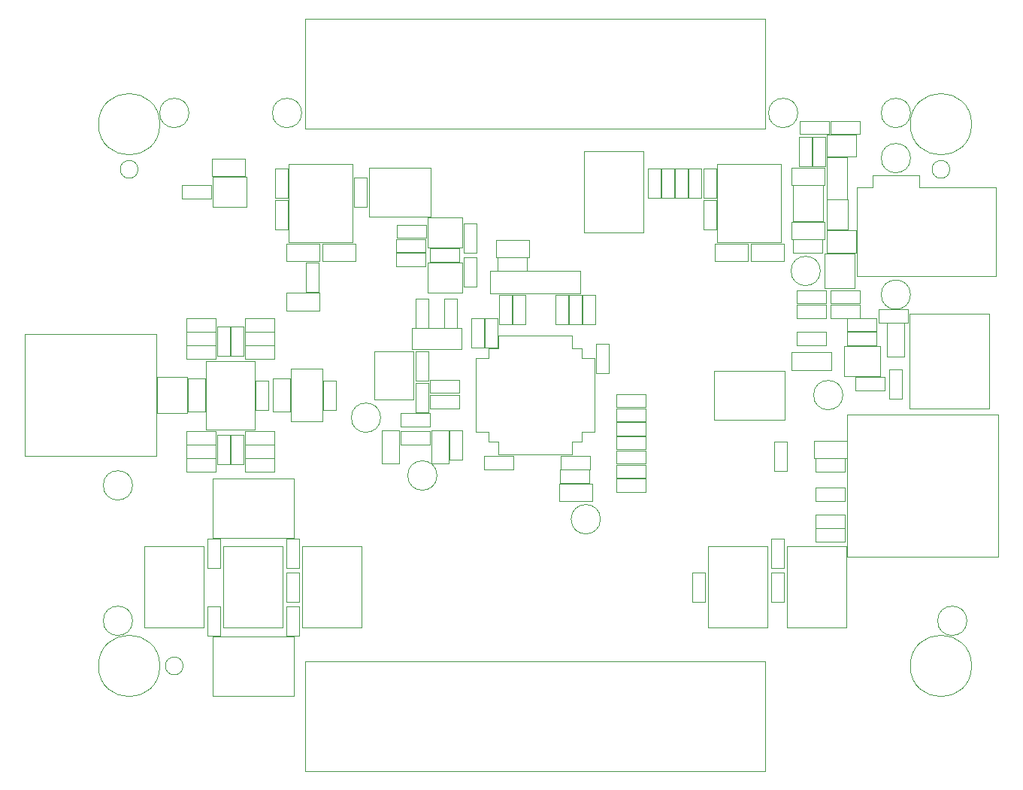
<source format=gbr>
G04 #@! TF.GenerationSoftware,KiCad,Pcbnew,8.0.0*
G04 #@! TF.CreationDate,2024-07-21T16:15:32-03:00*
G04 #@! TF.ProjectId,STM32XP,53544d33-3258-4502-9e6b-696361645f70,00*
G04 #@! TF.SameCoordinates,Original*
G04 #@! TF.FileFunction,Other,User*
%FSLAX46Y46*%
G04 Gerber Fmt 4.6, Leading zero omitted, Abs format (unit mm)*
G04 Created by KiCad (PCBNEW 8.0.0) date 2024-07-21 16:15:32*
%MOMM*%
%LPD*%
G01*
G04 APERTURE LIST*
%ADD10C,0.050000*%
G04 APERTURE END LIST*
D10*
G04 #@! TO.C,R37*
X176932500Y-108508000D02*
X176932500Y-105208000D01*
X178392500Y-108508000D02*
X176932500Y-108508000D01*
X176932500Y-105208000D02*
X178392500Y-105208000D01*
X178392500Y-105208000D02*
X178392500Y-108508000D01*
G04 #@! TO.C,R23*
X188736000Y-90380000D02*
X192036000Y-90380000D01*
X188736000Y-91840000D02*
X188736000Y-90380000D01*
X192036000Y-90380000D02*
X192036000Y-91840000D01*
X192036000Y-91840000D02*
X188736000Y-91840000D01*
G04 #@! TO.C,R28*
X189910000Y-100380000D02*
X189910000Y-97080000D01*
X191370000Y-100380000D02*
X189910000Y-100380000D01*
X189910000Y-97080000D02*
X191370000Y-97080000D01*
X191370000Y-97080000D02*
X191370000Y-100380000D01*
G04 #@! TO.C,TP10*
X138950000Y-109048750D02*
G75*
G02*
X135650000Y-109048750I-1650000J0D01*
G01*
X135650000Y-109048750D02*
G75*
G02*
X138950000Y-109048750I1650000J0D01*
G01*
G04 #@! TO.C,R1*
X179846000Y-69171000D02*
X183146000Y-69171000D01*
X179846000Y-70631000D02*
X179846000Y-69171000D01*
X183146000Y-69171000D02*
X183146000Y-70631000D01*
X183146000Y-70631000D02*
X179846000Y-70631000D01*
G04 #@! TO.C,D5*
X131310000Y-74390000D02*
X131310000Y-79890000D01*
X131310000Y-79890000D02*
X138210000Y-79890000D01*
X138210000Y-74390000D02*
X131310000Y-74390000D01*
X138210000Y-79890000D02*
X138210000Y-74390000D01*
G04 #@! TO.C,R34*
X159145000Y-104667500D02*
X162445000Y-104667500D01*
X159145000Y-106127500D02*
X159145000Y-104667500D01*
X162445000Y-104667500D02*
X162445000Y-106127500D01*
X162445000Y-106127500D02*
X159145000Y-106127500D01*
G04 #@! TO.C,C37*
X138352000Y-103962000D02*
X140312000Y-103962000D01*
X138352000Y-107722000D02*
X138352000Y-103962000D01*
X140312000Y-103962000D02*
X140312000Y-107722000D01*
X140312000Y-107722000D02*
X138352000Y-107722000D01*
G04 #@! TO.C,C17*
X142793000Y-91365000D02*
X144253000Y-91365000D01*
X142793000Y-94665000D02*
X142793000Y-91365000D01*
X144253000Y-91365000D02*
X144253000Y-94665000D01*
X144253000Y-94665000D02*
X142793000Y-94665000D01*
G04 #@! TO.C,R10*
X168955000Y-78030000D02*
X170415000Y-78030000D01*
X168955000Y-81330000D02*
X168955000Y-78030000D01*
X170415000Y-78030000D02*
X170415000Y-81330000D01*
X170415000Y-81330000D02*
X168955000Y-81330000D01*
G04 #@! TO.C,L1*
X182836000Y-81380000D02*
X185236000Y-81380000D01*
X185236000Y-77980000D01*
X182836000Y-77980000D01*
X182836000Y-81380000D01*
G04 #@! TO.C,R15*
X141967500Y-84507000D02*
X143427500Y-84507000D01*
X141967500Y-87807000D02*
X141967500Y-84507000D01*
X143427500Y-84507000D02*
X143427500Y-87807000D01*
X143427500Y-87807000D02*
X141967500Y-87807000D01*
G04 #@! TO.C,R31*
X159145000Y-101492500D02*
X162445000Y-101492500D01*
X159145000Y-102952500D02*
X159145000Y-101492500D01*
X162445000Y-101492500D02*
X162445000Y-102952500D01*
X162445000Y-102952500D02*
X159145000Y-102952500D01*
G04 #@! TO.C,D10*
X178130000Y-102750000D02*
X170130000Y-102750000D01*
X170130000Y-97250000D01*
X178130000Y-97250000D01*
X178130000Y-102750000D01*
G04 #@! TO.C,SW7*
X178400000Y-117040000D02*
X185100000Y-117040000D01*
X178400000Y-126140000D02*
X178400000Y-117040000D01*
X185100000Y-117040000D02*
X185100000Y-126140000D01*
X185100000Y-126140000D02*
X178400000Y-126140000D01*
G04 #@! TO.C,U5*
X184780000Y-94490000D02*
X184780000Y-97890000D01*
X184780000Y-97890000D02*
X188880000Y-97890000D01*
X188880000Y-94490000D02*
X184780000Y-94490000D01*
X188880000Y-97890000D02*
X188880000Y-94490000D01*
G04 #@! TO.C,Q1*
X113663000Y-75440000D02*
X113663000Y-78840000D01*
X113663000Y-78840000D02*
X117503000Y-78840000D01*
X117503000Y-75440000D02*
X113663000Y-75440000D01*
X117503000Y-78840000D02*
X117503000Y-75440000D01*
G04 #@! TO.C,D4*
X168955000Y-74537500D02*
X170415000Y-74537500D01*
X168955000Y-77837500D02*
X168955000Y-74537500D01*
X170415000Y-74537500D02*
X170415000Y-77837500D01*
X170415000Y-77837500D02*
X168955000Y-77837500D01*
G04 #@! TO.C,C13*
X121958000Y-88517500D02*
X125718000Y-88517500D01*
X121958000Y-90477500D02*
X121958000Y-88517500D01*
X125718000Y-88517500D02*
X125718000Y-90477500D01*
X125718000Y-90477500D02*
X121958000Y-90477500D01*
G04 #@! TO.C,C15*
X139745000Y-89142500D02*
X141205000Y-89142500D01*
X139745000Y-92442500D02*
X139745000Y-89142500D01*
X141205000Y-89142500D02*
X141205000Y-92442500D01*
X141205000Y-92442500D02*
X139745000Y-92442500D01*
G04 #@! TO.C,R45*
X181624000Y-115018000D02*
X184924000Y-115018000D01*
X181624000Y-116478000D02*
X181624000Y-115018000D01*
X184924000Y-115018000D02*
X184924000Y-116478000D01*
X184924000Y-116478000D02*
X181624000Y-116478000D01*
G04 #@! TO.C,C22*
X110758000Y-94444000D02*
X114058000Y-94444000D01*
X110758000Y-95904000D02*
X110758000Y-94444000D01*
X114058000Y-94444000D02*
X114058000Y-95904000D01*
X114058000Y-95904000D02*
X110758000Y-95904000D01*
G04 #@! TO.C,Q2*
X137920000Y-80012000D02*
X137920000Y-83412000D01*
X137920000Y-83412000D02*
X141760000Y-83412000D01*
X141760000Y-80012000D02*
X137920000Y-80012000D01*
X141760000Y-83412000D02*
X141760000Y-80012000D01*
G04 #@! TO.C,C11*
X138190000Y-83522000D02*
X141490000Y-83522000D01*
X138190000Y-84982000D02*
X138190000Y-83522000D01*
X141490000Y-83522000D02*
X141490000Y-84982000D01*
X141490000Y-84982000D02*
X138190000Y-84982000D01*
G04 #@! TO.C,TP8*
X184670000Y-100000000D02*
G75*
G02*
X181370000Y-100000000I-1650000J0D01*
G01*
X181370000Y-100000000D02*
G75*
G02*
X184670000Y-100000000I1650000J0D01*
G01*
G04 #@! TO.C,R30*
X159145000Y-99905000D02*
X162445000Y-99905000D01*
X159145000Y-101365000D02*
X159145000Y-99905000D01*
X162445000Y-99905000D02*
X162445000Y-101365000D01*
X162445000Y-101365000D02*
X159145000Y-101365000D01*
G04 #@! TO.C,J4*
X192140000Y-90870000D02*
X201170000Y-90870000D01*
X192140000Y-101510000D02*
X192140000Y-90870000D01*
X201170000Y-90870000D02*
X201170000Y-101510000D01*
X201170000Y-101510000D02*
X192140000Y-101510000D01*
G04 #@! TO.C,TP2*
X123710000Y-68250000D02*
G75*
G02*
X120410000Y-68250000I-1650000J0D01*
G01*
X120410000Y-68250000D02*
G75*
G02*
X123710000Y-68250000I1650000J0D01*
G01*
G04 #@! TO.C,U7*
X122482500Y-97050000D02*
X122482500Y-102950000D01*
X126082500Y-97050000D02*
X122482500Y-97050000D01*
X126082500Y-97050000D02*
X126082500Y-102950000D01*
X126082500Y-102950000D02*
X122482500Y-102950000D01*
G04 #@! TO.C,R29*
X138190000Y-98317500D02*
X141490000Y-98317500D01*
X138190000Y-99777500D02*
X138190000Y-98317500D01*
X141490000Y-98317500D02*
X141490000Y-99777500D01*
X141490000Y-99777500D02*
X138190000Y-99777500D01*
G04 #@! TO.C,FID1*
X105280000Y-74600000D02*
G75*
G02*
X103280000Y-74600000I-1000000J0D01*
G01*
X103280000Y-74600000D02*
G75*
G02*
X105280000Y-74600000I1000000J0D01*
G01*
G04 #@! TO.C,R9*
X120695000Y-78030000D02*
X122155000Y-78030000D01*
X120695000Y-81330000D02*
X120695000Y-78030000D01*
X122155000Y-78030000D02*
X122155000Y-81330000D01*
X122155000Y-81330000D02*
X120695000Y-81330000D01*
G04 #@! TO.C,FID3*
X110360000Y-130480000D02*
G75*
G02*
X108360000Y-130480000I-1000000J0D01*
G01*
X108360000Y-130480000D02*
G75*
G02*
X110360000Y-130480000I1000000J0D01*
G01*
G04 #@! TO.C,J2*
X186240000Y-76600000D02*
X186240000Y-86600000D01*
X186240000Y-86600000D02*
X201940000Y-86600000D01*
X188040000Y-75300000D02*
X188040000Y-76600000D01*
X188040000Y-75300000D02*
X193240000Y-75300000D01*
X188040000Y-76600000D02*
X186240000Y-76600000D01*
X193240000Y-75300000D02*
X193240000Y-76600000D01*
X201940000Y-76600000D02*
X193240000Y-76600000D01*
X201940000Y-86600000D02*
X201940000Y-76600000D01*
G04 #@! TO.C,C29*
X120445000Y-98120000D02*
X122405000Y-98120000D01*
X120445000Y-101880000D02*
X120445000Y-98120000D01*
X122405000Y-98120000D02*
X122405000Y-101880000D01*
X122405000Y-101880000D02*
X120445000Y-101880000D01*
G04 #@! TO.C,R32*
X134888000Y-102064000D02*
X138188000Y-102064000D01*
X134888000Y-103524000D02*
X134888000Y-102064000D01*
X138188000Y-102064000D02*
X138188000Y-103524000D01*
X138188000Y-103524000D02*
X134888000Y-103524000D01*
G04 #@! TO.C,C41*
X144286000Y-106890000D02*
X147586000Y-106890000D01*
X144286000Y-108350000D02*
X144286000Y-106890000D01*
X147586000Y-106890000D02*
X147586000Y-108350000D01*
X147586000Y-108350000D02*
X144286000Y-108350000D01*
G04 #@! TO.C,U1*
X122270000Y-73985000D02*
X122270000Y-82785000D01*
X122270000Y-82785000D02*
X129470000Y-82785000D01*
X129470000Y-73985000D02*
X122270000Y-73985000D01*
X129470000Y-82785000D02*
X129470000Y-73985000D01*
G04 #@! TO.C,R49*
X121965000Y-119940000D02*
X123425000Y-119940000D01*
X121965000Y-123240000D02*
X121965000Y-119940000D01*
X123425000Y-119940000D02*
X123425000Y-123240000D01*
X123425000Y-123240000D02*
X121965000Y-123240000D01*
G04 #@! TO.C,C1*
X113576000Y-73366000D02*
X117336000Y-73366000D01*
X113576000Y-75326000D02*
X113576000Y-73366000D01*
X117336000Y-73366000D02*
X117336000Y-75326000D01*
X117336000Y-75326000D02*
X113576000Y-75326000D01*
G04 #@! TO.C,U8*
X143300000Y-95850000D02*
X143300000Y-100000000D01*
X143300000Y-104150000D02*
X143300000Y-100000000D01*
X144750000Y-94750000D02*
X144750000Y-95850000D01*
X144750000Y-95850000D02*
X143300000Y-95850000D01*
X144750000Y-104150000D02*
X143300000Y-104150000D01*
X144750000Y-105250000D02*
X144750000Y-104150000D01*
X145850000Y-93300000D02*
X145850000Y-94750000D01*
X145850000Y-94750000D02*
X144750000Y-94750000D01*
X145850000Y-105250000D02*
X144750000Y-105250000D01*
X145850000Y-106700000D02*
X145850000Y-105250000D01*
X150000000Y-93300000D02*
X145850000Y-93300000D01*
X150000000Y-93300000D02*
X154150000Y-93300000D01*
X150000000Y-106700000D02*
X145850000Y-106700000D01*
X150000000Y-106700000D02*
X154150000Y-106700000D01*
X154150000Y-93300000D02*
X154150000Y-94750000D01*
X154150000Y-94750000D02*
X155250000Y-94750000D01*
X154150000Y-105250000D02*
X155250000Y-105250000D01*
X154150000Y-106700000D02*
X154150000Y-105250000D01*
X155250000Y-94750000D02*
X155250000Y-95850000D01*
X155250000Y-95850000D02*
X156700000Y-95850000D01*
X155250000Y-104150000D02*
X156700000Y-104150000D01*
X155250000Y-105250000D02*
X155250000Y-104150000D01*
X156700000Y-95850000D02*
X156700000Y-100000000D01*
X156700000Y-104150000D02*
X156700000Y-100000000D01*
G04 #@! TO.C,Y2*
X131925000Y-95077500D02*
X131925000Y-100477500D01*
X131925000Y-100477500D02*
X136325000Y-100477500D01*
X136325000Y-95077500D02*
X131925000Y-95077500D01*
X136325000Y-100477500D02*
X136325000Y-95077500D01*
G04 #@! TO.C,D3*
X120695000Y-74537500D02*
X122155000Y-74537500D01*
X120695000Y-77837500D02*
X120695000Y-74537500D01*
X122155000Y-74537500D02*
X122155000Y-77837500D01*
X122155000Y-77837500D02*
X120695000Y-77837500D01*
G04 #@! TO.C,H4*
X199170000Y-130480000D02*
G75*
G02*
X192270000Y-130480000I-3450000J0D01*
G01*
X192270000Y-130480000D02*
G75*
G02*
X199170000Y-130480000I3450000J0D01*
G01*
G04 #@! TO.C,R41*
X181624000Y-107144000D02*
X184924000Y-107144000D01*
X181624000Y-108604000D02*
X181624000Y-107144000D01*
X184924000Y-107144000D02*
X184924000Y-108604000D01*
X184924000Y-108604000D02*
X181624000Y-108604000D01*
G04 #@! TO.C,H1*
X107730000Y-69520000D02*
G75*
G02*
X100830000Y-69520000I-3450000J0D01*
G01*
X100830000Y-69520000D02*
G75*
G02*
X107730000Y-69520000I3450000J0D01*
G01*
G04 #@! TO.C,R51*
X176575000Y-119940000D02*
X178035000Y-119940000D01*
X176575000Y-123240000D02*
X176575000Y-119940000D01*
X178035000Y-119940000D02*
X178035000Y-123240000D01*
X178035000Y-123240000D02*
X176575000Y-123240000D01*
G04 #@! TO.C,J1*
X124080000Y-57700000D02*
X124080000Y-70000000D01*
X124080000Y-70000000D02*
X175880000Y-70000000D01*
X175880000Y-57700000D02*
X124080000Y-57700000D01*
X175880000Y-70000000D02*
X175880000Y-57700000D01*
G04 #@! TO.C,SW3*
X106010000Y-117040000D02*
X112710000Y-117040000D01*
X106010000Y-126140000D02*
X106010000Y-117040000D01*
X112710000Y-117040000D02*
X112710000Y-126140000D01*
X112710000Y-126140000D02*
X106010000Y-126140000D01*
G04 #@! TO.C,R39*
X110758000Y-107144000D02*
X114058000Y-107144000D01*
X110758000Y-108604000D02*
X110758000Y-107144000D01*
X114058000Y-107144000D02*
X114058000Y-108604000D01*
X114058000Y-108604000D02*
X110758000Y-108604000D01*
G04 #@! TO.C,TP3*
X179590000Y-68250000D02*
G75*
G02*
X176290000Y-68250000I-1650000J0D01*
G01*
X176290000Y-68250000D02*
G75*
G02*
X179590000Y-68250000I1650000J0D01*
G01*
G04 #@! TO.C,C14*
X136570000Y-89142500D02*
X138030000Y-89142500D01*
X136570000Y-92442500D02*
X136570000Y-89142500D01*
X138030000Y-89142500D02*
X138030000Y-92442500D01*
X138030000Y-92442500D02*
X136570000Y-92442500D01*
G04 #@! TO.C,Q3*
X137920000Y-85092000D02*
X137920000Y-88492000D01*
X137920000Y-88492000D02*
X141760000Y-88492000D01*
X141760000Y-85092000D02*
X137920000Y-85092000D01*
X141760000Y-88492000D02*
X141760000Y-85092000D01*
G04 #@! TO.C,C24*
X156890000Y-94222500D02*
X158350000Y-94222500D01*
X156890000Y-97522500D02*
X156890000Y-94222500D01*
X158350000Y-94222500D02*
X158350000Y-97522500D01*
X158350000Y-97522500D02*
X156890000Y-97522500D01*
G04 #@! TO.C,C43*
X152795000Y-108414000D02*
X156095000Y-108414000D01*
X152795000Y-109874000D02*
X152795000Y-108414000D01*
X156095000Y-108414000D02*
X156095000Y-109874000D01*
X156095000Y-109874000D02*
X152795000Y-109874000D01*
G04 #@! TO.C,C25*
X136570000Y-95048000D02*
X138030000Y-95048000D01*
X136570000Y-98348000D02*
X136570000Y-95048000D01*
X138030000Y-95048000D02*
X138030000Y-98348000D01*
X138030000Y-98348000D02*
X136570000Y-98348000D01*
G04 #@! TO.C,R48*
X176575000Y-116130000D02*
X178035000Y-116130000D01*
X176575000Y-119430000D02*
X176575000Y-116130000D01*
X178035000Y-116130000D02*
X178035000Y-119430000D01*
X178035000Y-119430000D02*
X176575000Y-119430000D01*
G04 #@! TO.C,R6*
X165780000Y-74537500D02*
X167240000Y-74537500D01*
X165780000Y-77837500D02*
X165780000Y-74537500D01*
X167240000Y-74537500D02*
X167240000Y-77837500D01*
X167240000Y-77837500D02*
X165780000Y-77837500D01*
G04 #@! TO.C,R38*
X159145000Y-106255000D02*
X162445000Y-106255000D01*
X159145000Y-107715000D02*
X159145000Y-106255000D01*
X162445000Y-106255000D02*
X162445000Y-107715000D01*
X162445000Y-107715000D02*
X159145000Y-107715000D01*
G04 #@! TO.C,R2*
X179750000Y-70918000D02*
X181210000Y-70918000D01*
X179750000Y-74218000D02*
X179750000Y-70918000D01*
X181210000Y-70918000D02*
X181210000Y-74218000D01*
X181210000Y-74218000D02*
X179750000Y-74218000D01*
G04 #@! TO.C,R13*
X179084000Y-82506000D02*
X182384000Y-82506000D01*
X179084000Y-83966000D02*
X179084000Y-82506000D01*
X182384000Y-82506000D02*
X182384000Y-83966000D01*
X182384000Y-83966000D02*
X179084000Y-83966000D01*
G04 #@! TO.C,R53*
X121965000Y-123750000D02*
X123425000Y-123750000D01*
X121965000Y-127050000D02*
X121965000Y-123750000D01*
X123425000Y-123750000D02*
X123425000Y-127050000D01*
X123425000Y-127050000D02*
X121965000Y-127050000D01*
G04 #@! TO.C,R19*
X153842000Y-88698000D02*
X155302000Y-88698000D01*
X153842000Y-91998000D02*
X153842000Y-88698000D01*
X155302000Y-88698000D02*
X155302000Y-91998000D01*
X155302000Y-91998000D02*
X153842000Y-91998000D01*
G04 #@! TO.C,SW1*
X155540000Y-72590000D02*
X162240000Y-72590000D01*
X155540000Y-81690000D02*
X155540000Y-72590000D01*
X162240000Y-72590000D02*
X162240000Y-81690000D01*
X162240000Y-81690000D02*
X155540000Y-81690000D01*
G04 #@! TO.C,C21*
X115742000Y-92254000D02*
X117202000Y-92254000D01*
X115742000Y-95554000D02*
X115742000Y-92254000D01*
X117202000Y-92254000D02*
X117202000Y-95554000D01*
X117202000Y-95554000D02*
X115742000Y-95554000D01*
G04 #@! TO.C,R8*
X110250000Y-76410000D02*
X113550000Y-76410000D01*
X110250000Y-77870000D02*
X110250000Y-76410000D01*
X113550000Y-76410000D02*
X113550000Y-77870000D01*
X113550000Y-77870000D02*
X110250000Y-77870000D01*
G04 #@! TO.C,C16*
X185180000Y-91332500D02*
X188480000Y-91332500D01*
X185180000Y-92792500D02*
X185180000Y-91332500D01*
X188480000Y-91332500D02*
X188480000Y-92792500D01*
X188480000Y-92792500D02*
X185180000Y-92792500D01*
G04 #@! TO.C,TP14*
X198640000Y-125400000D02*
G75*
G02*
X195340000Y-125400000I-1650000J0D01*
G01*
X195340000Y-125400000D02*
G75*
G02*
X198640000Y-125400000I1650000J0D01*
G01*
G04 #@! TO.C,TP9*
X132600000Y-102540000D02*
G75*
G02*
X129300000Y-102540000I-1650000J0D01*
G01*
X129300000Y-102540000D02*
G75*
G02*
X132600000Y-102540000I1650000J0D01*
G01*
G04 #@! TO.C,R50*
X167685000Y-119940000D02*
X169145000Y-119940000D01*
X167685000Y-123240000D02*
X167685000Y-119940000D01*
X169145000Y-119940000D02*
X169145000Y-123240000D01*
X169145000Y-123240000D02*
X167685000Y-123240000D01*
G04 #@! TO.C,FB1*
X124187500Y-85116600D02*
X125647500Y-85116600D01*
X124187500Y-88416600D02*
X124187500Y-85116600D01*
X125647500Y-85116600D02*
X125647500Y-88416600D01*
X125647500Y-88416600D02*
X124187500Y-88416600D01*
G04 #@! TO.C,C5*
X137680000Y-83902500D02*
X134380000Y-83902500D01*
X137680000Y-82442500D02*
X137680000Y-83902500D01*
X134380000Y-83902500D02*
X134380000Y-82442500D01*
X134380000Y-82442500D02*
X137680000Y-82442500D01*
G04 #@! TO.C,C6*
X145580000Y-82510000D02*
X149340000Y-82510000D01*
X145580000Y-84470000D02*
X145580000Y-82510000D01*
X149340000Y-82510000D02*
X149340000Y-84470000D01*
X149340000Y-84470000D02*
X145580000Y-84470000D01*
G04 #@! TO.C,C30*
X126156000Y-98350000D02*
X127616000Y-98350000D01*
X126156000Y-101650000D02*
X126156000Y-98350000D01*
X127616000Y-98350000D02*
X127616000Y-101650000D01*
X127616000Y-101650000D02*
X126156000Y-101650000D01*
G04 #@! TO.C,R33*
X159145000Y-103080000D02*
X162445000Y-103080000D01*
X159145000Y-104540000D02*
X159145000Y-103080000D01*
X162445000Y-103080000D02*
X162445000Y-104540000D01*
X162445000Y-104540000D02*
X159145000Y-104540000D01*
G04 #@! TO.C,C32*
X138190000Y-100032000D02*
X141490000Y-100032000D01*
X138190000Y-101492000D02*
X138190000Y-100032000D01*
X141490000Y-100032000D02*
X141490000Y-101492000D01*
X141490000Y-101492000D02*
X138190000Y-101492000D01*
G04 #@! TO.C,C20*
X114218000Y-92254000D02*
X115678000Y-92254000D01*
X114218000Y-95554000D02*
X114218000Y-92254000D01*
X115678000Y-92254000D02*
X115678000Y-95554000D01*
X115678000Y-95554000D02*
X114218000Y-95554000D01*
G04 #@! TO.C,FID2*
X196720000Y-74600000D02*
G75*
G02*
X194720000Y-74600000I-1000000J0D01*
G01*
X194720000Y-74600000D02*
G75*
G02*
X196720000Y-74600000I1000000J0D01*
G01*
G04 #@! TO.C,R3*
X181274000Y-70918000D02*
X182734000Y-70918000D01*
X181274000Y-74218000D02*
X181274000Y-70918000D01*
X182734000Y-70918000D02*
X182734000Y-74218000D01*
X182734000Y-74218000D02*
X181274000Y-74218000D01*
G04 #@! TO.C,R22*
X183275000Y-89872000D02*
X186575000Y-89872000D01*
X183275000Y-91332000D02*
X183275000Y-89872000D01*
X186575000Y-89872000D02*
X186575000Y-91332000D01*
X186575000Y-91332000D02*
X183275000Y-91332000D01*
G04 #@! TO.C,TP5*
X192290000Y-73330000D02*
G75*
G02*
X188990000Y-73330000I-1650000J0D01*
G01*
X188990000Y-73330000D02*
G75*
G02*
X192290000Y-73330000I1650000J0D01*
G01*
G04 #@! TO.C,R42*
X159145000Y-107842500D02*
X162445000Y-107842500D01*
X159145000Y-109302500D02*
X159145000Y-107842500D01*
X162445000Y-107842500D02*
X162445000Y-109302500D01*
X162445000Y-109302500D02*
X159145000Y-109302500D01*
G04 #@! TO.C,C2*
X178854000Y-74382000D02*
X182614000Y-74382000D01*
X178854000Y-76342000D02*
X178854000Y-74382000D01*
X182614000Y-74382000D02*
X182614000Y-76342000D01*
X182614000Y-76342000D02*
X178854000Y-76342000D01*
G04 #@! TO.C,JP1*
X182894000Y-70683000D02*
X182894000Y-73183000D01*
X182894000Y-70683000D02*
X186194000Y-70683000D01*
X186194000Y-73183000D02*
X182894000Y-73183000D01*
X186194000Y-73183000D02*
X186194000Y-70683000D01*
G04 #@! TO.C,TP4*
X192290000Y-68250000D02*
G75*
G02*
X188990000Y-68250000I-1650000J0D01*
G01*
X188990000Y-68250000D02*
G75*
G02*
X192290000Y-68250000I1650000J0D01*
G01*
G04 #@! TO.C,R26*
X110758000Y-92920000D02*
X114058000Y-92920000D01*
X110758000Y-94380000D02*
X110758000Y-92920000D01*
X114058000Y-92920000D02*
X114058000Y-94380000D01*
X114058000Y-94380000D02*
X110758000Y-94380000D01*
G04 #@! TO.C,D2*
X182886000Y-77966000D02*
X182886000Y-73266000D01*
X185186000Y-73266000D02*
X182886000Y-73266000D01*
X185186000Y-73266000D02*
X185186000Y-77966000D01*
X185186000Y-77966000D02*
X182886000Y-77966000D01*
G04 #@! TO.C,R24*
X110758000Y-91396000D02*
X114058000Y-91396000D01*
X110758000Y-92856000D02*
X110758000Y-91396000D01*
X114058000Y-91396000D02*
X114058000Y-92856000D01*
X114058000Y-92856000D02*
X110758000Y-92856000D01*
G04 #@! TO.C,C34*
X117362000Y-104096000D02*
X120662000Y-104096000D01*
X117362000Y-105556000D02*
X117362000Y-104096000D01*
X120662000Y-104096000D02*
X120662000Y-105556000D01*
X120662000Y-105556000D02*
X117362000Y-105556000D01*
G04 #@! TO.C,SW6*
X169510000Y-117040000D02*
X176210000Y-117040000D01*
X169510000Y-126140000D02*
X169510000Y-117040000D01*
X176210000Y-117040000D02*
X176210000Y-126140000D01*
X176210000Y-126140000D02*
X169510000Y-126140000D01*
G04 #@! TO.C,C45*
X181624000Y-110446000D02*
X184924000Y-110446000D01*
X181624000Y-111906000D02*
X181624000Y-110446000D01*
X184924000Y-110446000D02*
X184924000Y-111906000D01*
X184924000Y-111906000D02*
X181624000Y-111906000D01*
G04 #@! TO.C,SW8*
X113700000Y-127130000D02*
X122800000Y-127130000D01*
X113700000Y-133830000D02*
X113700000Y-127130000D01*
X122800000Y-127130000D02*
X122800000Y-133830000D01*
X122800000Y-133830000D02*
X113700000Y-133830000D01*
G04 #@! TO.C,U2*
X170530000Y-73985000D02*
X170530000Y-82785000D01*
X170530000Y-82785000D02*
X177730000Y-82785000D01*
X177730000Y-73985000D02*
X170530000Y-73985000D01*
X177730000Y-82785000D02*
X177730000Y-73985000D01*
G04 #@! TO.C,R44*
X181624000Y-113494000D02*
X184924000Y-113494000D01*
X181624000Y-114954000D02*
X181624000Y-113494000D01*
X184924000Y-113494000D02*
X184924000Y-114954000D01*
X184924000Y-114954000D02*
X181624000Y-114954000D01*
G04 #@! TO.C,C42*
X152922000Y-106890000D02*
X156222000Y-106890000D01*
X152922000Y-108350000D02*
X152922000Y-106890000D01*
X156222000Y-106890000D02*
X156222000Y-108350000D01*
X156222000Y-108350000D02*
X152922000Y-108350000D01*
G04 #@! TO.C,R46*
X113075000Y-116130000D02*
X114535000Y-116130000D01*
X113075000Y-119430000D02*
X113075000Y-116130000D01*
X114535000Y-116130000D02*
X114535000Y-119430000D01*
X114535000Y-119430000D02*
X113075000Y-119430000D01*
G04 #@! TO.C,C18*
X144317000Y-91365000D02*
X145777000Y-91365000D01*
X144317000Y-94665000D02*
X144317000Y-91365000D01*
X145777000Y-91365000D02*
X145777000Y-94665000D01*
X145777000Y-94665000D02*
X144317000Y-94665000D01*
G04 #@! TO.C,R16*
X145968000Y-88698000D02*
X147428000Y-88698000D01*
X145968000Y-91998000D02*
X145968000Y-88698000D01*
X147428000Y-88698000D02*
X147428000Y-91998000D01*
X147428000Y-91998000D02*
X145968000Y-91998000D01*
G04 #@! TO.C,L3*
X134888000Y-104096000D02*
X138188000Y-104096000D01*
X134888000Y-105556000D02*
X134888000Y-104096000D01*
X138188000Y-104096000D02*
X138188000Y-105556000D01*
X138188000Y-105556000D02*
X134888000Y-105556000D01*
G04 #@! TO.C,C27*
X110920000Y-98120000D02*
X112880000Y-98120000D01*
X110920000Y-101880000D02*
X110920000Y-98120000D01*
X112880000Y-98120000D02*
X112880000Y-101880000D01*
X112880000Y-101880000D02*
X110920000Y-101880000D01*
G04 #@! TO.C,R17*
X147492000Y-88698000D02*
X148952000Y-88698000D01*
X147492000Y-91998000D02*
X147492000Y-88698000D01*
X148952000Y-88698000D02*
X148952000Y-91998000D01*
X148952000Y-91998000D02*
X147492000Y-91998000D01*
G04 #@! TO.C,D8*
X183275000Y-88221000D02*
X186575000Y-88221000D01*
X183275000Y-89681000D02*
X183275000Y-88221000D01*
X186575000Y-88221000D02*
X186575000Y-89681000D01*
X186575000Y-89681000D02*
X183275000Y-89681000D01*
G04 #@! TO.C,C3*
X129585000Y-75490000D02*
X131045000Y-75490000D01*
X129585000Y-78790000D02*
X129585000Y-75490000D01*
X131045000Y-75490000D02*
X131045000Y-78790000D01*
X131045000Y-78790000D02*
X129585000Y-78790000D01*
G04 #@! TO.C,C26*
X186069000Y-98000000D02*
X189369000Y-98000000D01*
X186069000Y-99460000D02*
X186069000Y-98000000D01*
X189369000Y-98000000D02*
X189369000Y-99460000D01*
X189369000Y-99460000D02*
X186069000Y-99460000D01*
G04 #@! TO.C,R25*
X117362000Y-91396000D02*
X120662000Y-91396000D01*
X117362000Y-92856000D02*
X117362000Y-91396000D01*
X120662000Y-91396000D02*
X120662000Y-92856000D01*
X120662000Y-92856000D02*
X117362000Y-92856000D01*
G04 #@! TO.C,R7*
X167304000Y-74537500D02*
X168764000Y-74537500D01*
X167304000Y-77837500D02*
X167304000Y-74537500D01*
X168764000Y-74537500D02*
X168764000Y-77837500D01*
X168764000Y-77837500D02*
X167304000Y-77837500D01*
G04 #@! TO.C,C38*
X114218000Y-104446000D02*
X115678000Y-104446000D01*
X114218000Y-107746000D02*
X114218000Y-104446000D01*
X115678000Y-104446000D02*
X115678000Y-107746000D01*
X115678000Y-107746000D02*
X114218000Y-107746000D01*
G04 #@! TO.C,R36*
X117362000Y-105620000D02*
X120662000Y-105620000D01*
X117362000Y-107080000D02*
X117362000Y-105620000D01*
X120662000Y-105620000D02*
X120662000Y-107080000D01*
X120662000Y-107080000D02*
X117362000Y-107080000D01*
G04 #@! TO.C,H2*
X199170000Y-69520000D02*
G75*
G02*
X192270000Y-69520000I-3450000J0D01*
G01*
X192270000Y-69520000D02*
G75*
G02*
X199170000Y-69520000I3450000J0D01*
G01*
G04 #@! TO.C,TP6*
X182130000Y-86030000D02*
G75*
G02*
X178830000Y-86030000I-1650000J0D01*
G01*
X178830000Y-86030000D02*
G75*
G02*
X182130000Y-86030000I1650000J0D01*
G01*
G04 #@! TO.C,U3*
X179034000Y-76360000D02*
X179034000Y-80460000D01*
X179034000Y-80460000D02*
X182434000Y-80460000D01*
X182434000Y-76360000D02*
X179034000Y-76360000D01*
X182434000Y-80460000D02*
X182434000Y-76360000D01*
G04 #@! TO.C,C40*
X181394000Y-105116000D02*
X185154000Y-105116000D01*
X181394000Y-107076000D02*
X181394000Y-105116000D01*
X185154000Y-105116000D02*
X185154000Y-107076000D01*
X185154000Y-107076000D02*
X181394000Y-107076000D01*
G04 #@! TO.C,C8*
X126022000Y-82993000D02*
X129782000Y-82993000D01*
X126022000Y-84953000D02*
X126022000Y-82993000D01*
X129782000Y-82993000D02*
X129782000Y-84953000D01*
X129782000Y-84953000D02*
X126022000Y-84953000D01*
G04 #@! TO.C,R40*
X117362000Y-107144000D02*
X120662000Y-107144000D01*
X117362000Y-108604000D02*
X117362000Y-107144000D01*
X120662000Y-107144000D02*
X120662000Y-108604000D01*
X120662000Y-108604000D02*
X117362000Y-108604000D01*
G04 #@! TO.C,J6*
X124120000Y-130000000D02*
X124120000Y-142300000D01*
X124120000Y-142300000D02*
X175920000Y-142300000D01*
X175920000Y-130000000D02*
X124120000Y-130000000D01*
X175920000Y-142300000D02*
X175920000Y-130000000D01*
G04 #@! TO.C,R20*
X155366000Y-88698000D02*
X156826000Y-88698000D01*
X155366000Y-91998000D02*
X155366000Y-88698000D01*
X156826000Y-88698000D02*
X156826000Y-91998000D01*
X156826000Y-91998000D02*
X155366000Y-91998000D01*
G04 #@! TO.C,D9*
X107406000Y-97950000D02*
X107406000Y-102050000D01*
X107406000Y-102050000D02*
X110806000Y-102050000D01*
X110806000Y-97950000D02*
X107406000Y-97950000D01*
X110806000Y-102050000D02*
X110806000Y-97950000D01*
G04 #@! TO.C,J5*
X185188000Y-118160000D02*
X202188000Y-118160000D01*
X202188000Y-102160000D01*
X185188000Y-102160000D01*
X185188000Y-118160000D01*
G04 #@! TO.C,C33*
X110758000Y-104096000D02*
X114058000Y-104096000D01*
X110758000Y-105556000D02*
X110758000Y-104096000D01*
X114058000Y-104096000D02*
X114058000Y-105556000D01*
X114058000Y-105556000D02*
X110758000Y-105556000D01*
G04 #@! TO.C,R5*
X164256000Y-74537500D02*
X165716000Y-74537500D01*
X164256000Y-77837500D02*
X164256000Y-74537500D01*
X165716000Y-74537500D02*
X165716000Y-77837500D01*
X165716000Y-77837500D02*
X164256000Y-77837500D01*
G04 #@! TO.C,C31*
X136570000Y-98604000D02*
X138030000Y-98604000D01*
X136570000Y-101904000D02*
X136570000Y-98604000D01*
X138030000Y-98604000D02*
X138030000Y-101904000D01*
X138030000Y-101904000D02*
X136570000Y-101904000D01*
G04 #@! TO.C,R4*
X162732000Y-74537500D02*
X164192000Y-74537500D01*
X162732000Y-77837500D02*
X162732000Y-74537500D01*
X164192000Y-74537500D02*
X164192000Y-77837500D01*
X164192000Y-77837500D02*
X162732000Y-77837500D01*
G04 #@! TO.C,C4*
X178854000Y-80478000D02*
X182614000Y-80478000D01*
X178854000Y-82438000D02*
X178854000Y-80478000D01*
X182614000Y-80478000D02*
X182614000Y-82438000D01*
X182614000Y-82438000D02*
X178854000Y-82438000D01*
G04 #@! TO.C,R21*
X179465000Y-89872000D02*
X182765000Y-89872000D01*
X179465000Y-91332000D02*
X179465000Y-89872000D01*
X182765000Y-89872000D02*
X182765000Y-91332000D01*
X182765000Y-91332000D02*
X179465000Y-91332000D01*
G04 #@! TO.C,R47*
X121965000Y-116130000D02*
X123425000Y-116130000D01*
X121965000Y-119430000D02*
X121965000Y-116130000D01*
X123425000Y-116130000D02*
X123425000Y-119430000D01*
X123425000Y-119430000D02*
X121965000Y-119430000D01*
G04 #@! TO.C,TP12*
X157365000Y-113970000D02*
G75*
G02*
X154065000Y-113970000I-1650000J0D01*
G01*
X154065000Y-113970000D02*
G75*
G02*
X157365000Y-113970000I1650000J0D01*
G01*
G04 #@! TO.C,FB2*
X179465000Y-92920000D02*
X182765000Y-92920000D01*
X179465000Y-94380000D02*
X179465000Y-92920000D01*
X182765000Y-92920000D02*
X182765000Y-94380000D01*
X182765000Y-94380000D02*
X179465000Y-94380000D01*
G04 #@! TO.C,D6*
X182590000Y-84110000D02*
X182590000Y-87950000D01*
X182590000Y-87950000D02*
X185990000Y-87950000D01*
X185990000Y-84110000D02*
X182590000Y-84110000D01*
X185990000Y-87950000D02*
X185990000Y-84110000D01*
G04 #@! TO.C,C9*
X170218000Y-82993000D02*
X173978000Y-82993000D01*
X170218000Y-84953000D02*
X170218000Y-82993000D01*
X173978000Y-82993000D02*
X173978000Y-84953000D01*
X173978000Y-84953000D02*
X170218000Y-84953000D01*
G04 #@! TO.C,SW4*
X114900000Y-117040000D02*
X121600000Y-117040000D01*
X114900000Y-126140000D02*
X114900000Y-117040000D01*
X121600000Y-117040000D02*
X121600000Y-126140000D01*
X121600000Y-126140000D02*
X114900000Y-126140000D01*
G04 #@! TO.C,C35*
X140380000Y-103938000D02*
X141840000Y-103938000D01*
X140380000Y-107238000D02*
X140380000Y-103938000D01*
X141840000Y-103938000D02*
X141840000Y-107238000D01*
X141840000Y-107238000D02*
X140380000Y-107238000D01*
G04 #@! TO.C,TP1*
X111010000Y-68250000D02*
G75*
G02*
X107710000Y-68250000I-1650000J0D01*
G01*
X107710000Y-68250000D02*
G75*
G02*
X111010000Y-68250000I1650000J0D01*
G01*
G04 #@! TO.C,TP7*
X192290000Y-88697000D02*
G75*
G02*
X188990000Y-88697000I-1650000J0D01*
G01*
X188990000Y-88697000D02*
G75*
G02*
X192290000Y-88697000I1650000J0D01*
G01*
G04 #@! TO.C,C23*
X117362000Y-94444000D02*
X120662000Y-94444000D01*
X117362000Y-95904000D02*
X117362000Y-94444000D01*
X120662000Y-94444000D02*
X120662000Y-95904000D01*
X120662000Y-95904000D02*
X117362000Y-95904000D01*
G04 #@! TO.C,R52*
X113075000Y-123750000D02*
X114535000Y-123750000D01*
X113075000Y-127050000D02*
X113075000Y-123750000D01*
X114535000Y-123750000D02*
X114535000Y-127050000D01*
X114535000Y-127050000D02*
X113075000Y-127050000D01*
G04 #@! TO.C,C7*
X121958000Y-82993000D02*
X125718000Y-82993000D01*
X121958000Y-84953000D02*
X121958000Y-82993000D01*
X125718000Y-82993000D02*
X125718000Y-84953000D01*
X125718000Y-84953000D02*
X121958000Y-84953000D01*
G04 #@! TO.C,U4*
X144920000Y-86030000D02*
X155080000Y-86030000D01*
X155080000Y-88570000D01*
X144920000Y-88570000D01*
X144920000Y-86030000D01*
G04 #@! TO.C,D1*
X183320000Y-69171000D02*
X186620000Y-69171000D01*
X183320000Y-70631000D02*
X183320000Y-69171000D01*
X186620000Y-69171000D02*
X186620000Y-70631000D01*
X186620000Y-70631000D02*
X183320000Y-70631000D01*
G04 #@! TO.C,C28*
X118536000Y-98350000D02*
X119996000Y-98350000D01*
X118536000Y-101650000D02*
X118536000Y-98350000D01*
X119996000Y-98350000D02*
X119996000Y-101650000D01*
X119996000Y-101650000D02*
X118536000Y-101650000D01*
G04 #@! TO.C,FB3*
X185180000Y-92920000D02*
X188480000Y-92920000D01*
X185180000Y-94380000D02*
X185180000Y-92920000D01*
X188480000Y-92920000D02*
X188480000Y-94380000D01*
X188480000Y-94380000D02*
X185180000Y-94380000D01*
G04 #@! TO.C,R11*
X134420000Y-80855000D02*
X137720000Y-80855000D01*
X134420000Y-82315000D02*
X134420000Y-80855000D01*
X137720000Y-80855000D02*
X137720000Y-82315000D01*
X137720000Y-82315000D02*
X134420000Y-82315000D01*
G04 #@! TO.C,JP2*
X182894000Y-81478000D02*
X182894000Y-83978000D01*
X182894000Y-81478000D02*
X186194000Y-81478000D01*
X186194000Y-83978000D02*
X182894000Y-83978000D01*
X186194000Y-83978000D02*
X186194000Y-81478000D01*
G04 #@! TO.C,L2*
X178865000Y-95190000D02*
X183365000Y-95190000D01*
X183365000Y-97190000D01*
X178865000Y-97190000D01*
X178865000Y-95190000D01*
G04 #@! TO.C,C12*
X145810000Y-84538000D02*
X149110000Y-84538000D01*
X145810000Y-85998000D02*
X145810000Y-84538000D01*
X149110000Y-84538000D02*
X149110000Y-85998000D01*
X149110000Y-85998000D02*
X145810000Y-85998000D01*
G04 #@! TO.C,R12*
X141967500Y-80697000D02*
X143427500Y-80697000D01*
X141967500Y-83997000D02*
X141967500Y-80697000D01*
X143427500Y-80697000D02*
X143427500Y-83997000D01*
X143427500Y-83997000D02*
X141967500Y-83997000D01*
G04 #@! TO.C,R14*
X134380000Y-84030000D02*
X137680000Y-84030000D01*
X134380000Y-85490000D02*
X134380000Y-84030000D01*
X137680000Y-84030000D02*
X137680000Y-85490000D01*
X137680000Y-85490000D02*
X134380000Y-85490000D01*
G04 #@! TO.C,R27*
X117362000Y-92920000D02*
X120662000Y-92920000D01*
X117362000Y-94380000D02*
X117362000Y-92920000D01*
X120662000Y-92920000D02*
X120662000Y-94380000D01*
X120662000Y-94380000D02*
X117362000Y-94380000D01*
G04 #@! TO.C,C10*
X174282000Y-82993000D02*
X178042000Y-82993000D01*
X174282000Y-84953000D02*
X174282000Y-82993000D01*
X178042000Y-82993000D02*
X178042000Y-84953000D01*
X178042000Y-84953000D02*
X174282000Y-84953000D01*
G04 #@! TO.C,SW2*
X113700000Y-109350000D02*
X122800000Y-109350000D01*
X113700000Y-116050000D02*
X113700000Y-109350000D01*
X122800000Y-109350000D02*
X122800000Y-116050000D01*
X122800000Y-116050000D02*
X113700000Y-116050000D01*
G04 #@! TO.C,D7*
X179510000Y-88221000D02*
X182810000Y-88221000D01*
X179510000Y-89681000D02*
X179510000Y-88221000D01*
X182810000Y-88221000D02*
X182810000Y-89681000D01*
X182810000Y-89681000D02*
X179510000Y-89681000D01*
G04 #@! TO.C,U6*
X112960000Y-96150000D02*
X112960000Y-103850000D01*
X112960000Y-103850000D02*
X118460000Y-103850000D01*
X118460000Y-96150000D02*
X112960000Y-96150000D01*
X118460000Y-103850000D02*
X118460000Y-96150000D01*
G04 #@! TO.C,SW5*
X123790000Y-117040000D02*
X130490000Y-117040000D01*
X123790000Y-126140000D02*
X123790000Y-117040000D01*
X130490000Y-117040000D02*
X130490000Y-126140000D01*
X130490000Y-126140000D02*
X123790000Y-126140000D01*
G04 #@! TO.C,H3*
X107730000Y-130480000D02*
G75*
G02*
X100830000Y-130480000I-3450000J0D01*
G01*
X100830000Y-130480000D02*
G75*
G02*
X107730000Y-130480000I3450000J0D01*
G01*
G04 #@! TO.C,R35*
X110758000Y-105620000D02*
X114058000Y-105620000D01*
X110758000Y-107080000D02*
X110758000Y-105620000D01*
X114058000Y-105620000D02*
X114058000Y-107080000D01*
X114058000Y-107080000D02*
X110758000Y-107080000D01*
G04 #@! TO.C,C39*
X115742000Y-104446000D02*
X117202000Y-104446000D01*
X115742000Y-107746000D02*
X115742000Y-104446000D01*
X117202000Y-104446000D02*
X117202000Y-107746000D01*
X117202000Y-107746000D02*
X115742000Y-107746000D01*
G04 #@! TO.C,TP13*
X104660000Y-125400000D02*
G75*
G02*
X101360000Y-125400000I-1650000J0D01*
G01*
X101360000Y-125400000D02*
G75*
G02*
X104660000Y-125400000I1650000J0D01*
G01*
G04 #@! TO.C,Y1*
X136087500Y-92450000D02*
X136087500Y-94850000D01*
X136087500Y-94850000D02*
X141687500Y-94850000D01*
X141687500Y-92450000D02*
X136087500Y-92450000D01*
X141687500Y-94850000D02*
X141687500Y-92450000D01*
G04 #@! TO.C,C44*
X152723750Y-109942000D02*
X156483750Y-109942000D01*
X152723750Y-111902000D02*
X152723750Y-109942000D01*
X156483750Y-109942000D02*
X156483750Y-111902000D01*
X156483750Y-111902000D02*
X152723750Y-111902000D01*
G04 #@! TO.C,J3*
X92500000Y-93170000D02*
X92500000Y-106870000D01*
X92500000Y-106870000D02*
X107350000Y-106870000D01*
X107350000Y-93170000D02*
X92500000Y-93170000D01*
X107350000Y-106870000D02*
X107350000Y-93170000D01*
G04 #@! TO.C,C36*
X132764000Y-103962000D02*
X134724000Y-103962000D01*
X132764000Y-107722000D02*
X132764000Y-103962000D01*
X134724000Y-103962000D02*
X134724000Y-107722000D01*
X134724000Y-107722000D02*
X132764000Y-107722000D01*
G04 #@! TO.C,R43*
X159145000Y-109430000D02*
X162445000Y-109430000D01*
X159145000Y-110890000D02*
X159145000Y-109430000D01*
X162445000Y-109430000D02*
X162445000Y-110890000D01*
X162445000Y-110890000D02*
X159145000Y-110890000D01*
G04 #@! TO.C,R18*
X152318000Y-88698000D02*
X153778000Y-88698000D01*
X152318000Y-91998000D02*
X152318000Y-88698000D01*
X153778000Y-88698000D02*
X153778000Y-91998000D01*
X153778000Y-91998000D02*
X152318000Y-91998000D01*
G04 #@! TO.C,C19*
X189660000Y-91897000D02*
X191620000Y-91897000D01*
X189660000Y-95657000D02*
X189660000Y-91897000D01*
X191620000Y-91897000D02*
X191620000Y-95657000D01*
X191620000Y-95657000D02*
X189660000Y-95657000D01*
G04 #@! TO.C,TP11*
X104660000Y-110160000D02*
G75*
G02*
X101360000Y-110160000I-1650000J0D01*
G01*
X101360000Y-110160000D02*
G75*
G02*
X104660000Y-110160000I1650000J0D01*
G01*
G04 #@! TD*
M02*

</source>
